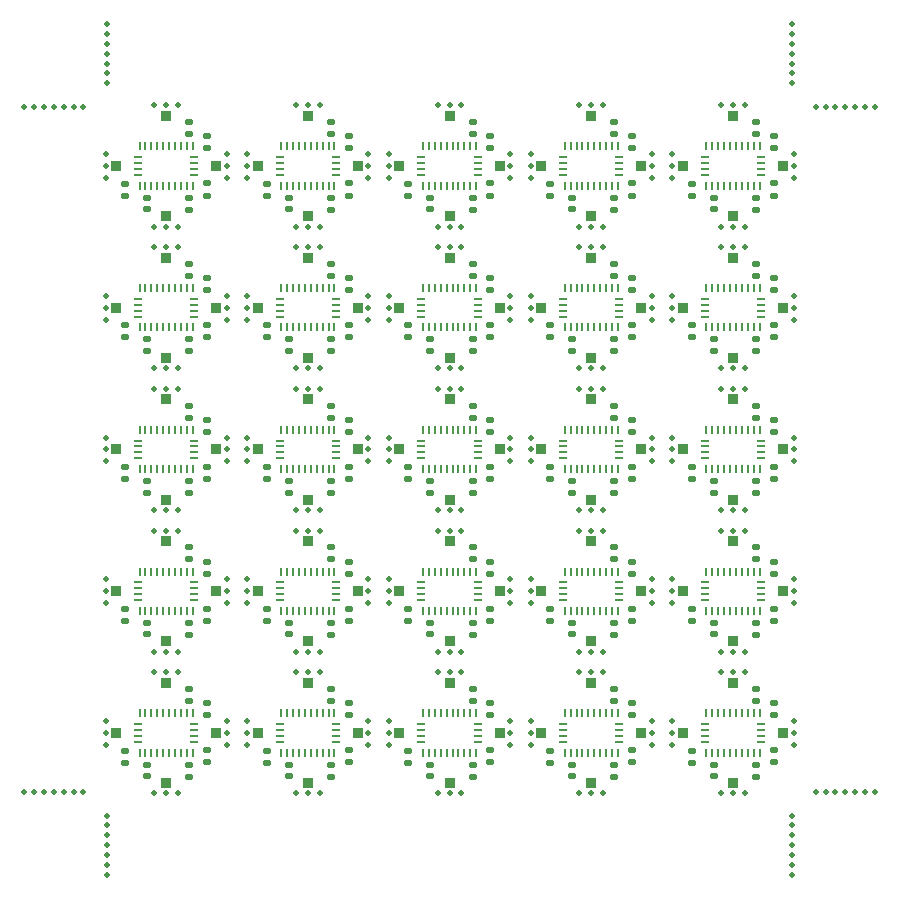
<source format=gts>
%TF.GenerationSoftware,KiCad,Pcbnew,7.0.5-1.fc38*%
%TF.CreationDate,2023-07-07T14:16:01-04:00*%
%TF.ProjectId,bno085-i2c-board-v3-panel,626e6f30-3835-42d6-9932-632d626f6172,rev?*%
%TF.SameCoordinates,Original*%
%TF.FileFunction,Soldermask,Top*%
%TF.FilePolarity,Negative*%
%FSLAX46Y46*%
G04 Gerber Fmt 4.6, Leading zero omitted, Abs format (unit mm)*
G04 Created by KiCad (PCBNEW 7.0.5-1.fc38) date 2023-07-07 14:16:01*
%MOMM*%
%LPD*%
G01*
G04 APERTURE LIST*
G04 Aperture macros list*
%AMRoundRect*
0 Rectangle with rounded corners*
0 $1 Rounding radius*
0 $2 $3 $4 $5 $6 $7 $8 $9 X,Y pos of 4 corners*
0 Add a 4 corners polygon primitive as box body*
4,1,4,$2,$3,$4,$5,$6,$7,$8,$9,$2,$3,0*
0 Add four circle primitives for the rounded corners*
1,1,$1+$1,$2,$3*
1,1,$1+$1,$4,$5*
1,1,$1+$1,$6,$7*
1,1,$1+$1,$8,$9*
0 Add four rect primitives between the rounded corners*
20,1,$1+$1,$2,$3,$4,$5,0*
20,1,$1+$1,$4,$5,$6,$7,0*
20,1,$1+$1,$6,$7,$8,$9,0*
20,1,$1+$1,$8,$9,$2,$3,0*%
G04 Aperture macros list end*
%ADD10R,0.850000X0.850000*%
%ADD11C,0.500000*%
%ADD12RoundRect,0.135000X0.185000X-0.135000X0.185000X0.135000X-0.185000X0.135000X-0.185000X-0.135000X0*%
%ADD13RoundRect,0.135000X-0.185000X0.135000X-0.185000X-0.135000X0.185000X-0.135000X0.185000X0.135000X0*%
%ADD14R,0.254000X0.675000*%
%ADD15R,0.675000X0.254000*%
%ADD16RoundRect,0.140000X-0.170000X0.140000X-0.170000X-0.140000X0.170000X-0.140000X0.170000X0.140000X0*%
G04 APERTURE END LIST*
D10*
%TO.C,J2*%
X148500000Y-60250000D03*
%TD*%
D11*
%TO.C,REF\u002A\u002A*%
X160500000Y-49124999D03*
%TD*%
D10*
%TO.C,J3*%
X120250000Y-44000000D03*
%TD*%
D12*
%TO.C,R1*%
X150445121Y-71707561D03*
X150445121Y-70687561D03*
%TD*%
%TO.C,R1*%
X138445121Y-35707561D03*
X138445121Y-34687561D03*
%TD*%
D11*
%TO.C,REF\u002A\u002A*%
X112500001Y-85000000D03*
%TD*%
D13*
%TO.C,R5*%
X127963430Y-53490000D03*
X127963430Y-54510000D03*
%TD*%
D10*
%TO.C,J1*%
X172500000Y-75750000D03*
%TD*%
D14*
%TO.C,U1*%
X122250000Y-78337500D03*
D15*
X122112500Y-79250000D03*
X122112500Y-79750000D03*
X122112500Y-80250000D03*
X122112500Y-80750000D03*
D14*
X122250000Y-81662500D03*
X122750000Y-81662500D03*
X123250000Y-81662500D03*
X123750000Y-81662500D03*
X124250000Y-81662500D03*
X124750000Y-81662500D03*
X125250000Y-81662500D03*
X125750000Y-81662500D03*
X126250000Y-81662500D03*
X126750000Y-81662500D03*
D15*
X126887500Y-80750000D03*
X126887500Y-80250000D03*
X126887500Y-79750000D03*
X126887500Y-79250000D03*
D14*
X126750000Y-78337500D03*
X126250000Y-78337500D03*
X125750000Y-78337500D03*
X125250000Y-78337500D03*
X124750000Y-78337500D03*
X124250000Y-78337500D03*
X123750000Y-78337500D03*
X123250000Y-78337500D03*
X122750000Y-78337500D03*
%TD*%
D11*
%TO.C,REF\u002A\u002A*%
X172500000Y-49124999D03*
%TD*%
D13*
%TO.C,R3*%
X169019054Y-57502703D03*
X169019054Y-58522703D03*
%TD*%
D11*
%TO.C,REF\u002A\u002A*%
X143375000Y-67999999D03*
%TD*%
D14*
%TO.C,U1*%
X134250000Y-54337500D03*
D15*
X134112500Y-55250000D03*
X134112500Y-55750000D03*
X134112500Y-56250000D03*
X134112500Y-56750000D03*
D14*
X134250000Y-57662500D03*
X134750000Y-57662500D03*
X135250000Y-57662500D03*
X135750000Y-57662500D03*
X136250000Y-57662500D03*
X136750000Y-57662500D03*
X137250000Y-57662500D03*
X137750000Y-57662500D03*
X138250000Y-57662500D03*
X138750000Y-57662500D03*
D15*
X138887500Y-56750000D03*
X138887500Y-56250000D03*
X138887500Y-55750000D03*
X138887500Y-55250000D03*
D14*
X138750000Y-54337500D03*
X138250000Y-54337500D03*
X137750000Y-54337500D03*
X137250000Y-54337500D03*
X136750000Y-54337500D03*
X136250000Y-54337500D03*
X135750000Y-54337500D03*
X135250000Y-54337500D03*
X134750000Y-54337500D03*
%TD*%
D10*
%TO.C,J4*%
X152750000Y-32000000D03*
%TD*%
D11*
%TO.C,REF\u002A\u002A*%
X155375000Y-54999999D03*
%TD*%
%TO.C,REF\u002A\u002A*%
X177499999Y-91166666D03*
%TD*%
D13*
%TO.C,R5*%
X139963430Y-41490000D03*
X139963430Y-42510000D03*
%TD*%
D10*
%TO.C,J2*%
X172500000Y-48250000D03*
%TD*%
D11*
%TO.C,REF\u002A\u002A*%
X161500000Y-37124999D03*
%TD*%
%TO.C,REF\u002A\u002A*%
X172500000Y-61124999D03*
%TD*%
%TO.C,REF\u002A\u002A*%
X135500000Y-61124999D03*
%TD*%
D12*
%TO.C,R1*%
X126445121Y-35707561D03*
X126445121Y-34687561D03*
%TD*%
D11*
%TO.C,REF\u002A\u002A*%
X171500000Y-85124999D03*
%TD*%
%TO.C,REF\u002A\u002A*%
X114166668Y-85000000D03*
%TD*%
D12*
%TO.C,R1*%
X174445121Y-59707561D03*
X174445121Y-58687561D03*
%TD*%
D11*
%TO.C,REF\u002A\u002A*%
X119375001Y-31000000D03*
%TD*%
%TO.C,REF\u002A\u002A*%
X177499999Y-92000000D03*
%TD*%
D13*
%TO.C,R3*%
X157019054Y-45502703D03*
X157019054Y-46522703D03*
%TD*%
D11*
%TO.C,REF\u002A\u002A*%
X129624999Y-80999999D03*
%TD*%
%TO.C,REF\u002A\u002A*%
X124500000Y-50875002D03*
%TD*%
D13*
%TO.C,R3*%
X169019054Y-45502703D03*
X169019054Y-46522703D03*
%TD*%
D11*
%TO.C,REF\u002A\u002A*%
X129624999Y-44999999D03*
%TD*%
D10*
%TO.C,J3*%
X168250000Y-68000000D03*
%TD*%
D11*
%TO.C,REF\u002A\u002A*%
X177624999Y-42999999D03*
%TD*%
%TO.C,REF\u002A\u002A*%
X177624999Y-43999999D03*
%TD*%
D14*
%TO.C,U1*%
X170250000Y-42337500D03*
D15*
X170112500Y-43250000D03*
X170112500Y-43750000D03*
X170112500Y-44250000D03*
X170112500Y-44750000D03*
D14*
X170250000Y-45662500D03*
X170750000Y-45662500D03*
X171250000Y-45662500D03*
X171750000Y-45662500D03*
X172250000Y-45662500D03*
X172750000Y-45662500D03*
X173250000Y-45662500D03*
X173750000Y-45662500D03*
X174250000Y-45662500D03*
X174750000Y-45662500D03*
D15*
X174887500Y-44750000D03*
X174887500Y-44250000D03*
X174887500Y-43750000D03*
X174887500Y-43250000D03*
D14*
X174750000Y-42337500D03*
X174250000Y-42337500D03*
X173750000Y-42337500D03*
X173250000Y-42337500D03*
X172750000Y-42337500D03*
X172250000Y-42337500D03*
X171750000Y-42337500D03*
X171250000Y-42337500D03*
X170750000Y-42337500D03*
%TD*%
D12*
%TO.C,R4*%
X162452362Y-77306026D03*
X162452362Y-76286026D03*
%TD*%
D11*
%TO.C,REF\u002A\u002A*%
X149499999Y-62875000D03*
%TD*%
D16*
%TO.C,C1*%
X146866101Y-82686347D03*
X146866101Y-83646347D03*
%TD*%
D11*
%TO.C,REF\u002A\u002A*%
X137500000Y-73124999D03*
%TD*%
D14*
%TO.C,U1*%
X134250000Y-42337500D03*
D15*
X134112500Y-43250000D03*
X134112500Y-43750000D03*
X134112500Y-44250000D03*
X134112500Y-44750000D03*
D14*
X134250000Y-45662500D03*
X134750000Y-45662500D03*
X135250000Y-45662500D03*
X135750000Y-45662500D03*
X136250000Y-45662500D03*
X136750000Y-45662500D03*
X137250000Y-45662500D03*
X137750000Y-45662500D03*
X138250000Y-45662500D03*
X138750000Y-45662500D03*
D15*
X138887500Y-44750000D03*
X138887500Y-44250000D03*
X138887500Y-43750000D03*
X138887500Y-43250000D03*
D14*
X138750000Y-42337500D03*
X138250000Y-42337500D03*
X137750000Y-42337500D03*
X137250000Y-42337500D03*
X136750000Y-42337500D03*
X136250000Y-42337500D03*
X135750000Y-42337500D03*
X135250000Y-42337500D03*
X134750000Y-42337500D03*
%TD*%
D11*
%TO.C,REF\u002A\u002A*%
X124500000Y-49124999D03*
%TD*%
%TO.C,REF\u002A\u002A*%
X160499999Y-50875002D03*
%TD*%
%TO.C,REF\u002A\u002A*%
X160499999Y-62875002D03*
%TD*%
%TO.C,REF\u002A\u002A*%
X141624999Y-78999999D03*
%TD*%
D12*
%TO.C,R4*%
X174452362Y-77306026D03*
X174452362Y-76286026D03*
%TD*%
D11*
%TO.C,REF\u002A\u002A*%
X117500001Y-85000000D03*
%TD*%
%TO.C,REF\u002A\u002A*%
X177499999Y-23333334D03*
%TD*%
%TO.C,REF\u002A\u002A*%
X129624999Y-55999999D03*
%TD*%
%TO.C,REF\u002A\u002A*%
X177499999Y-20833334D03*
%TD*%
%TO.C,REF\u002A\u002A*%
X167375000Y-68999999D03*
%TD*%
%TO.C,REF\u002A\u002A*%
X137500000Y-85124999D03*
%TD*%
%TO.C,REF\u002A\u002A*%
X137500000Y-61124999D03*
%TD*%
%TO.C,REF\u002A\u002A*%
X153624999Y-32999999D03*
%TD*%
D10*
%TO.C,J3*%
X144250000Y-80000000D03*
%TD*%
D11*
%TO.C,REF\u002A\u002A*%
X147500000Y-61124999D03*
%TD*%
%TO.C,REF\u002A\u002A*%
X136500000Y-61124999D03*
%TD*%
D10*
%TO.C,J2*%
X160500000Y-36250000D03*
%TD*%
D11*
%TO.C,REF\u002A\u002A*%
X115833335Y-85000000D03*
%TD*%
%TO.C,REF\u002A\u002A*%
X129624999Y-42999999D03*
%TD*%
D10*
%TO.C,J4*%
X164750000Y-80000000D03*
%TD*%
D14*
%TO.C,U1*%
X158250000Y-78337500D03*
D15*
X158112500Y-79250000D03*
X158112500Y-79750000D03*
X158112500Y-80250000D03*
X158112500Y-80750000D03*
D14*
X158250000Y-81662500D03*
X158750000Y-81662500D03*
X159250000Y-81662500D03*
X159750000Y-81662500D03*
X160250000Y-81662500D03*
X160750000Y-81662500D03*
X161250000Y-81662500D03*
X161750000Y-81662500D03*
X162250000Y-81662500D03*
X162750000Y-81662500D03*
D15*
X162887500Y-80750000D03*
X162887500Y-80250000D03*
X162887500Y-79750000D03*
X162887500Y-79250000D03*
D14*
X162750000Y-78337500D03*
X162250000Y-78337500D03*
X161750000Y-78337500D03*
X161250000Y-78337500D03*
X160750000Y-78337500D03*
X160250000Y-78337500D03*
X159750000Y-78337500D03*
X159250000Y-78337500D03*
X158750000Y-78337500D03*
%TD*%
D11*
%TO.C,REF\u002A\u002A*%
X173499999Y-38875000D03*
%TD*%
D12*
%TO.C,R4*%
X138452362Y-29306026D03*
X138452362Y-28286026D03*
%TD*%
D11*
%TO.C,REF\u002A\u002A*%
X165624999Y-54999999D03*
%TD*%
%TO.C,REF\u002A\u002A*%
X113333335Y-27000000D03*
%TD*%
%TO.C,REF\u002A\u002A*%
X184500000Y-27000000D03*
%TD*%
%TO.C,REF\u002A\u002A*%
X155375000Y-56999999D03*
%TD*%
%TO.C,REF\u002A\u002A*%
X125500000Y-85124999D03*
%TD*%
D10*
%TO.C,J4*%
X176750000Y-80000000D03*
%TD*%
D11*
%TO.C,REF\u002A\u002A*%
X172499999Y-74875002D03*
%TD*%
%TO.C,REF\u002A\u002A*%
X131375000Y-68999999D03*
%TD*%
D16*
%TO.C,C1*%
X158866101Y-46686347D03*
X158866101Y-47646347D03*
%TD*%
D11*
%TO.C,REF\u002A\u002A*%
X173500000Y-37124999D03*
%TD*%
D12*
%TO.C,R1*%
X150445121Y-47707561D03*
X150445121Y-46687561D03*
%TD*%
D13*
%TO.C,R2*%
X163957740Y-69481381D03*
X163957740Y-70501381D03*
%TD*%
D11*
%TO.C,REF\u002A\u002A*%
X165624999Y-44999999D03*
%TD*%
D13*
%TO.C,R2*%
X163957740Y-57481381D03*
X163957740Y-58501381D03*
%TD*%
D12*
%TO.C,R1*%
X150445121Y-35707561D03*
X150445121Y-34687561D03*
%TD*%
D11*
%TO.C,REF\u002A\u002A*%
X155375000Y-78999999D03*
%TD*%
%TO.C,REF\u002A\u002A*%
X119500001Y-22500000D03*
%TD*%
D16*
%TO.C,C1*%
X122866101Y-46686347D03*
X122866101Y-47646347D03*
%TD*%
D12*
%TO.C,R1*%
X150445121Y-59707561D03*
X150445121Y-58687561D03*
%TD*%
%TO.C,R1*%
X138445121Y-59707561D03*
X138445121Y-58687561D03*
%TD*%
D11*
%TO.C,REF\u002A\u002A*%
X160500000Y-37124999D03*
%TD*%
%TO.C,REF\u002A\u002A*%
X124500000Y-26875003D03*
%TD*%
%TO.C,REF\u002A\u002A*%
X159500000Y-73124999D03*
%TD*%
%TO.C,REF\u002A\u002A*%
X173500000Y-85124999D03*
%TD*%
D10*
%TO.C,J2*%
X160500000Y-60250000D03*
%TD*%
D11*
%TO.C,REF\u002A\u002A*%
X141624999Y-44999999D03*
%TD*%
%TO.C,REF\u002A\u002A*%
X131375000Y-32999999D03*
%TD*%
%TO.C,REF\u002A\u002A*%
X167375000Y-67999999D03*
%TD*%
%TO.C,REF\u002A\u002A*%
X155375000Y-68999999D03*
%TD*%
%TO.C,REF\u002A\u002A*%
X137499999Y-50875000D03*
%TD*%
D13*
%TO.C,R3*%
X145019054Y-45502703D03*
X145019054Y-46522703D03*
%TD*%
D11*
%TO.C,REF\u002A\u002A*%
X165624999Y-55999999D03*
%TD*%
D10*
%TO.C,J3*%
X156250000Y-80000000D03*
%TD*%
D11*
%TO.C,REF\u002A\u002A*%
X136500000Y-49124999D03*
%TD*%
D13*
%TO.C,R5*%
X163963430Y-65490000D03*
X163963430Y-66510000D03*
%TD*%
D10*
%TO.C,J4*%
X128750000Y-68000000D03*
%TD*%
D11*
%TO.C,REF\u002A\u002A*%
X167375000Y-31000000D03*
%TD*%
%TO.C,REF\u002A\u002A*%
X160499999Y-26875003D03*
%TD*%
%TO.C,REF\u002A\u002A*%
X119375001Y-67999999D03*
%TD*%
D12*
%TO.C,R1*%
X162445121Y-35707561D03*
X162445121Y-34687561D03*
%TD*%
D13*
%TO.C,R2*%
X175957740Y-57481381D03*
X175957740Y-58501381D03*
%TD*%
D10*
%TO.C,J1*%
X136500000Y-75750000D03*
%TD*%
D14*
%TO.C,U1*%
X122250000Y-54337500D03*
D15*
X122112500Y-55250000D03*
X122112500Y-55750000D03*
X122112500Y-56250000D03*
X122112500Y-56750000D03*
D14*
X122250000Y-57662500D03*
X122750000Y-57662500D03*
X123250000Y-57662500D03*
X123750000Y-57662500D03*
X124250000Y-57662500D03*
X124750000Y-57662500D03*
X125250000Y-57662500D03*
X125750000Y-57662500D03*
X126250000Y-57662500D03*
X126750000Y-57662500D03*
D15*
X126887500Y-56750000D03*
X126887500Y-56250000D03*
X126887500Y-55750000D03*
X126887500Y-55250000D03*
D14*
X126750000Y-54337500D03*
X126250000Y-54337500D03*
X125750000Y-54337500D03*
X125250000Y-54337500D03*
X124750000Y-54337500D03*
X124250000Y-54337500D03*
X123750000Y-54337500D03*
X123250000Y-54337500D03*
X122750000Y-54337500D03*
%TD*%
D11*
%TO.C,REF\u002A\u002A*%
X141624999Y-80999999D03*
%TD*%
%TO.C,REF\u002A\u002A*%
X177624999Y-78999999D03*
%TD*%
%TO.C,REF\u002A\u002A*%
X153624999Y-42999999D03*
%TD*%
%TO.C,REF\u002A\u002A*%
X119500001Y-91166666D03*
%TD*%
D12*
%TO.C,R1*%
X174445121Y-71707561D03*
X174445121Y-70687561D03*
%TD*%
D10*
%TO.C,J3*%
X120250000Y-68000000D03*
%TD*%
D13*
%TO.C,R5*%
X175963430Y-77490000D03*
X175963430Y-78510000D03*
%TD*%
D10*
%TO.C,J3*%
X120250000Y-56000000D03*
%TD*%
D11*
%TO.C,REF\u002A\u002A*%
X147500000Y-37124999D03*
%TD*%
D14*
%TO.C,U1*%
X158250000Y-66337500D03*
D15*
X158112500Y-67250000D03*
X158112500Y-67750000D03*
X158112500Y-68250000D03*
X158112500Y-68750000D03*
D14*
X158250000Y-69662500D03*
X158750000Y-69662500D03*
X159250000Y-69662500D03*
X159750000Y-69662500D03*
X160250000Y-69662500D03*
X160750000Y-69662500D03*
X161250000Y-69662500D03*
X161750000Y-69662500D03*
X162250000Y-69662500D03*
X162750000Y-69662500D03*
D15*
X162887500Y-68750000D03*
X162887500Y-68250000D03*
X162887500Y-67750000D03*
X162887500Y-67250000D03*
D14*
X162750000Y-66337500D03*
X162250000Y-66337500D03*
X161750000Y-66337500D03*
X161250000Y-66337500D03*
X160750000Y-66337500D03*
X160250000Y-66337500D03*
X159750000Y-66337500D03*
X159250000Y-66337500D03*
X158750000Y-66337500D03*
%TD*%
D11*
%TO.C,REF\u002A\u002A*%
X167375000Y-55999999D03*
%TD*%
%TO.C,REF\u002A\u002A*%
X124500000Y-73124999D03*
%TD*%
D13*
%TO.C,R2*%
X175957740Y-33481381D03*
X175957740Y-34501381D03*
%TD*%
D11*
%TO.C,REF\u002A\u002A*%
X159500000Y-61124999D03*
%TD*%
%TO.C,REF\u002A\u002A*%
X171499999Y-50875004D03*
%TD*%
%TO.C,REF\u002A\u002A*%
X177624999Y-44999999D03*
%TD*%
%TO.C,REF\u002A\u002A*%
X131375000Y-42999999D03*
%TD*%
%TO.C,REF\u002A\u002A*%
X173500000Y-49124999D03*
%TD*%
D13*
%TO.C,R2*%
X151957740Y-81481381D03*
X151957740Y-82501381D03*
%TD*%
D12*
%TO.C,R4*%
X150452362Y-77306026D03*
X150452362Y-76286026D03*
%TD*%
D13*
%TO.C,R3*%
X145019054Y-81502703D03*
X145019054Y-82522703D03*
%TD*%
D11*
%TO.C,REF\u002A\u002A*%
X119375001Y-78999999D03*
%TD*%
D10*
%TO.C,J4*%
X140750000Y-68000000D03*
%TD*%
D11*
%TO.C,REF\u002A\u002A*%
X165624999Y-32999999D03*
%TD*%
%TO.C,REF\u002A\u002A*%
X161499999Y-38875000D03*
%TD*%
%TO.C,REF\u002A\u002A*%
X161500000Y-61124999D03*
%TD*%
%TO.C,REF\u002A\u002A*%
X143375000Y-79999999D03*
%TD*%
%TO.C,REF\u002A\u002A*%
X177624999Y-67999999D03*
%TD*%
D16*
%TO.C,C1*%
X158866101Y-58686347D03*
X158866101Y-59646347D03*
%TD*%
D11*
%TO.C,REF\u002A\u002A*%
X123500000Y-26875005D03*
%TD*%
%TO.C,REF\u002A\u002A*%
X172499999Y-62875002D03*
%TD*%
%TO.C,REF\u002A\u002A*%
X149499999Y-38875000D03*
%TD*%
D14*
%TO.C,U1*%
X170250000Y-30337500D03*
D15*
X170112500Y-31250000D03*
X170112500Y-31750000D03*
X170112500Y-32250000D03*
X170112500Y-32750000D03*
D14*
X170250000Y-33662500D03*
X170750000Y-33662500D03*
X171250000Y-33662500D03*
X171750000Y-33662500D03*
X172250000Y-33662500D03*
X172750000Y-33662500D03*
X173250000Y-33662500D03*
X173750000Y-33662500D03*
X174250000Y-33662500D03*
X174750000Y-33662500D03*
D15*
X174887500Y-32750000D03*
X174887500Y-32250000D03*
X174887500Y-31750000D03*
X174887500Y-31250000D03*
D14*
X174750000Y-30337500D03*
X174250000Y-30337500D03*
X173750000Y-30337500D03*
X173250000Y-30337500D03*
X172750000Y-30337500D03*
X172250000Y-30337500D03*
X171750000Y-30337500D03*
X171250000Y-30337500D03*
X170750000Y-30337500D03*
%TD*%
D11*
%TO.C,REF\u002A\u002A*%
X171499999Y-62875004D03*
%TD*%
%TO.C,REF\u002A\u002A*%
X177624999Y-55999999D03*
%TD*%
%TO.C,REF\u002A\u002A*%
X177499999Y-22500000D03*
%TD*%
%TO.C,REF\u002A\u002A*%
X119500001Y-89500000D03*
%TD*%
D13*
%TO.C,R5*%
X127963430Y-65490000D03*
X127963430Y-66510000D03*
%TD*%
D11*
%TO.C,REF\u002A\u002A*%
X148500000Y-85124999D03*
%TD*%
%TO.C,REF\u002A\u002A*%
X119375001Y-56999999D03*
%TD*%
D13*
%TO.C,R5*%
X175963430Y-65490000D03*
X175963430Y-66510000D03*
%TD*%
D11*
%TO.C,REF\u002A\u002A*%
X131375000Y-56999999D03*
%TD*%
D13*
%TO.C,R3*%
X133019054Y-57502703D03*
X133019054Y-58522703D03*
%TD*%
D11*
%TO.C,REF\u002A\u002A*%
X123500000Y-38875004D03*
%TD*%
%TO.C,REF\u002A\u002A*%
X136500000Y-85124999D03*
%TD*%
%TO.C,REF\u002A\u002A*%
X115833335Y-27000000D03*
%TD*%
D10*
%TO.C,J3*%
X156250000Y-32000000D03*
%TD*%
D13*
%TO.C,R5*%
X151963430Y-53490000D03*
X151963430Y-54510000D03*
%TD*%
D10*
%TO.C,J2*%
X172500000Y-72250000D03*
%TD*%
D11*
%TO.C,REF\u002A\u002A*%
X119500001Y-87000000D03*
%TD*%
%TO.C,REF\u002A\u002A*%
X177624999Y-54999999D03*
%TD*%
%TO.C,REF\u002A\u002A*%
X177624999Y-66999999D03*
%TD*%
%TO.C,REF\u002A\u002A*%
X125500000Y-73124999D03*
%TD*%
D13*
%TO.C,R2*%
X127957740Y-57481381D03*
X127957740Y-58501381D03*
%TD*%
D11*
%TO.C,REF\u002A\u002A*%
X125499999Y-62875000D03*
%TD*%
%TO.C,REF\u002A\u002A*%
X167375000Y-43999999D03*
%TD*%
%TO.C,REF\u002A\u002A*%
X119500001Y-20000000D03*
%TD*%
%TO.C,REF\u002A\u002A*%
X119375001Y-68999999D03*
%TD*%
%TO.C,REF\u002A\u002A*%
X153624999Y-32000000D03*
%TD*%
%TO.C,REF\u002A\u002A*%
X116666668Y-85000000D03*
%TD*%
D10*
%TO.C,J3*%
X144250000Y-44000000D03*
%TD*%
D12*
%TO.C,R4*%
X162452362Y-53306026D03*
X162452362Y-52286026D03*
%TD*%
D14*
%TO.C,U1*%
X146250000Y-66337500D03*
D15*
X146112500Y-67250000D03*
X146112500Y-67750000D03*
X146112500Y-68250000D03*
X146112500Y-68750000D03*
D14*
X146250000Y-69662500D03*
X146750000Y-69662500D03*
X147250000Y-69662500D03*
X147750000Y-69662500D03*
X148250000Y-69662500D03*
X148750000Y-69662500D03*
X149250000Y-69662500D03*
X149750000Y-69662500D03*
X150250000Y-69662500D03*
X150750000Y-69662500D03*
D15*
X150887500Y-68750000D03*
X150887500Y-68250000D03*
X150887500Y-67750000D03*
X150887500Y-67250000D03*
D14*
X150750000Y-66337500D03*
X150250000Y-66337500D03*
X149750000Y-66337500D03*
X149250000Y-66337500D03*
X148750000Y-66337500D03*
X148250000Y-66337500D03*
X147750000Y-66337500D03*
X147250000Y-66337500D03*
X146750000Y-66337500D03*
%TD*%
%TO.C,U1*%
X158250000Y-54337500D03*
D15*
X158112500Y-55250000D03*
X158112500Y-55750000D03*
X158112500Y-56250000D03*
X158112500Y-56750000D03*
D14*
X158250000Y-57662500D03*
X158750000Y-57662500D03*
X159250000Y-57662500D03*
X159750000Y-57662500D03*
X160250000Y-57662500D03*
X160750000Y-57662500D03*
X161250000Y-57662500D03*
X161750000Y-57662500D03*
X162250000Y-57662500D03*
X162750000Y-57662500D03*
D15*
X162887500Y-56750000D03*
X162887500Y-56250000D03*
X162887500Y-55750000D03*
X162887500Y-55250000D03*
D14*
X162750000Y-54337500D03*
X162250000Y-54337500D03*
X161750000Y-54337500D03*
X161250000Y-54337500D03*
X160750000Y-54337500D03*
X160250000Y-54337500D03*
X159750000Y-54337500D03*
X159250000Y-54337500D03*
X158750000Y-54337500D03*
%TD*%
D12*
%TO.C,R4*%
X162452362Y-41306026D03*
X162452362Y-40286026D03*
%TD*%
D13*
%TO.C,R2*%
X163957740Y-81481381D03*
X163957740Y-82501381D03*
%TD*%
D11*
%TO.C,REF\u002A\u002A*%
X141624999Y-43999999D03*
%TD*%
D12*
%TO.C,R4*%
X162452362Y-65306026D03*
X162452362Y-64286026D03*
%TD*%
D11*
%TO.C,REF\u002A\u002A*%
X147499999Y-26875005D03*
%TD*%
%TO.C,REF\u002A\u002A*%
X172499999Y-26875003D03*
%TD*%
D13*
%TO.C,R2*%
X175957740Y-81481381D03*
X175957740Y-82501381D03*
%TD*%
D14*
%TO.C,U1*%
X158250000Y-42337500D03*
D15*
X158112500Y-43250000D03*
X158112500Y-43750000D03*
X158112500Y-44250000D03*
X158112500Y-44750000D03*
D14*
X158250000Y-45662500D03*
X158750000Y-45662500D03*
X159250000Y-45662500D03*
X159750000Y-45662500D03*
X160250000Y-45662500D03*
X160750000Y-45662500D03*
X161250000Y-45662500D03*
X161750000Y-45662500D03*
X162250000Y-45662500D03*
X162750000Y-45662500D03*
D15*
X162887500Y-44750000D03*
X162887500Y-44250000D03*
X162887500Y-43750000D03*
X162887500Y-43250000D03*
D14*
X162750000Y-42337500D03*
X162250000Y-42337500D03*
X161750000Y-42337500D03*
X161250000Y-42337500D03*
X160750000Y-42337500D03*
X160250000Y-42337500D03*
X159750000Y-42337500D03*
X159250000Y-42337500D03*
X158750000Y-42337500D03*
%TD*%
D11*
%TO.C,REF\u002A\u002A*%
X155375000Y-67999999D03*
%TD*%
%TO.C,REF\u002A\u002A*%
X148500000Y-49124999D03*
%TD*%
D10*
%TO.C,J2*%
X148500000Y-84250000D03*
%TD*%
D12*
%TO.C,R1*%
X162445121Y-71707561D03*
X162445121Y-70687561D03*
%TD*%
D10*
%TO.C,J1*%
X124500000Y-39750000D03*
%TD*%
D13*
%TO.C,R3*%
X133019054Y-69502703D03*
X133019054Y-70522703D03*
%TD*%
D11*
%TO.C,REF\u002A\u002A*%
X149500000Y-37124999D03*
%TD*%
D13*
%TO.C,R5*%
X175963430Y-29490000D03*
X175963430Y-30510000D03*
%TD*%
D11*
%TO.C,REF\u002A\u002A*%
X125499999Y-50875000D03*
%TD*%
%TO.C,REF\u002A\u002A*%
X177499999Y-90333333D03*
%TD*%
%TO.C,REF\u002A\u002A*%
X119500001Y-23333334D03*
%TD*%
D10*
%TO.C,J1*%
X148500000Y-39750000D03*
%TD*%
D12*
%TO.C,R1*%
X174445121Y-35707561D03*
X174445121Y-34687561D03*
%TD*%
D11*
%TO.C,REF\u002A\u002A*%
X124500000Y-62875002D03*
%TD*%
D13*
%TO.C,R5*%
X139963430Y-65490000D03*
X139963430Y-66510000D03*
%TD*%
D11*
%TO.C,REF\u002A\u002A*%
X149499999Y-74875000D03*
%TD*%
%TO.C,REF\u002A\u002A*%
X173500000Y-61124999D03*
%TD*%
D13*
%TO.C,R2*%
X151957740Y-69481381D03*
X151957740Y-70501381D03*
%TD*%
D11*
%TO.C,REF\u002A\u002A*%
X141624999Y-68999999D03*
%TD*%
%TO.C,REF\u002A\u002A*%
X177499999Y-20000000D03*
%TD*%
%TO.C,REF\u002A\u002A*%
X143375000Y-55999999D03*
%TD*%
D14*
%TO.C,U1*%
X134250000Y-66337500D03*
D15*
X134112500Y-67250000D03*
X134112500Y-67750000D03*
X134112500Y-68250000D03*
X134112500Y-68750000D03*
D14*
X134250000Y-69662500D03*
X134750000Y-69662500D03*
X135250000Y-69662500D03*
X135750000Y-69662500D03*
X136250000Y-69662500D03*
X136750000Y-69662500D03*
X137250000Y-69662500D03*
X137750000Y-69662500D03*
X138250000Y-69662500D03*
X138750000Y-69662500D03*
D15*
X138887500Y-68750000D03*
X138887500Y-68250000D03*
X138887500Y-67750000D03*
X138887500Y-67250000D03*
D14*
X138750000Y-66337500D03*
X138250000Y-66337500D03*
X137750000Y-66337500D03*
X137250000Y-66337500D03*
X136750000Y-66337500D03*
X136250000Y-66337500D03*
X135750000Y-66337500D03*
X135250000Y-66337500D03*
X134750000Y-66337500D03*
%TD*%
D10*
%TO.C,J1*%
X160500000Y-75750000D03*
%TD*%
D11*
%TO.C,REF\u002A\u002A*%
X119500001Y-87833333D03*
%TD*%
%TO.C,REF\u002A\u002A*%
X131375000Y-67999999D03*
%TD*%
%TO.C,REF\u002A\u002A*%
X165624999Y-31000000D03*
%TD*%
%TO.C,REF\u002A\u002A*%
X173499999Y-74875000D03*
%TD*%
%TO.C,REF\u002A\u002A*%
X153624999Y-68999999D03*
%TD*%
D10*
%TO.C,J2*%
X148500000Y-72250000D03*
%TD*%
D12*
%TO.C,R1*%
X162445121Y-59707561D03*
X162445121Y-58687561D03*
%TD*%
D11*
%TO.C,REF\u002A\u002A*%
X177624999Y-32999999D03*
%TD*%
D10*
%TO.C,J3*%
X144250000Y-32000000D03*
%TD*%
D11*
%TO.C,REF\u002A\u002A*%
X123500001Y-73124999D03*
%TD*%
D10*
%TO.C,J4*%
X140750000Y-32000000D03*
%TD*%
D12*
%TO.C,R4*%
X162452362Y-29306026D03*
X162452362Y-28286026D03*
%TD*%
D10*
%TO.C,J1*%
X136500000Y-63750000D03*
%TD*%
D12*
%TO.C,R4*%
X174452362Y-53306026D03*
X174452362Y-52286026D03*
%TD*%
D10*
%TO.C,J3*%
X156250000Y-44000000D03*
%TD*%
D11*
%TO.C,REF\u002A\u002A*%
X137499999Y-26875001D03*
%TD*%
D12*
%TO.C,R4*%
X126452362Y-53306026D03*
X126452362Y-52286026D03*
%TD*%
D10*
%TO.C,J2*%
X124500000Y-48250000D03*
%TD*%
%TO.C,J1*%
X124500000Y-27750000D03*
%TD*%
D11*
%TO.C,REF\u002A\u002A*%
X119500001Y-92000000D03*
%TD*%
%TO.C,REF\u002A\u002A*%
X147500000Y-73124999D03*
%TD*%
%TO.C,REF\u002A\u002A*%
X129624999Y-54999999D03*
%TD*%
%TO.C,REF\u002A\u002A*%
X123500001Y-37124999D03*
%TD*%
%TO.C,REF\u002A\u002A*%
X141624999Y-54999999D03*
%TD*%
D12*
%TO.C,R1*%
X138445121Y-71707561D03*
X138445121Y-70687561D03*
%TD*%
D14*
%TO.C,U1*%
X146250000Y-42337500D03*
D15*
X146112500Y-43250000D03*
X146112500Y-43750000D03*
X146112500Y-44250000D03*
X146112500Y-44750000D03*
D14*
X146250000Y-45662500D03*
X146750000Y-45662500D03*
X147250000Y-45662500D03*
X147750000Y-45662500D03*
X148250000Y-45662500D03*
X148750000Y-45662500D03*
X149250000Y-45662500D03*
X149750000Y-45662500D03*
X150250000Y-45662500D03*
X150750000Y-45662500D03*
D15*
X150887500Y-44750000D03*
X150887500Y-44250000D03*
X150887500Y-43750000D03*
X150887500Y-43250000D03*
D14*
X150750000Y-42337500D03*
X150250000Y-42337500D03*
X149750000Y-42337500D03*
X149250000Y-42337500D03*
X148750000Y-42337500D03*
X148250000Y-42337500D03*
X147750000Y-42337500D03*
X147250000Y-42337500D03*
X146750000Y-42337500D03*
%TD*%
D10*
%TO.C,J2*%
X148500000Y-48250000D03*
%TD*%
D12*
%TO.C,R4*%
X150452362Y-41306026D03*
X150452362Y-40286026D03*
%TD*%
D11*
%TO.C,REF\u002A\u002A*%
X161499999Y-74875000D03*
%TD*%
%TO.C,REF\u002A\u002A*%
X177624999Y-68999999D03*
%TD*%
%TO.C,REF\u002A\u002A*%
X177624999Y-80999999D03*
%TD*%
%TO.C,REF\u002A\u002A*%
X177499999Y-25000000D03*
%TD*%
%TO.C,REF\u002A\u002A*%
X147499999Y-38875004D03*
%TD*%
D13*
%TO.C,R3*%
X157019054Y-69502703D03*
X157019054Y-70522703D03*
%TD*%
D14*
%TO.C,U1*%
X146250000Y-30337500D03*
D15*
X146112500Y-31250000D03*
X146112500Y-31750000D03*
X146112500Y-32250000D03*
X146112500Y-32750000D03*
D14*
X146250000Y-33662500D03*
X146750000Y-33662500D03*
X147250000Y-33662500D03*
X147750000Y-33662500D03*
X148250000Y-33662500D03*
X148750000Y-33662500D03*
X149250000Y-33662500D03*
X149750000Y-33662500D03*
X150250000Y-33662500D03*
X150750000Y-33662500D03*
D15*
X150887500Y-32750000D03*
X150887500Y-32250000D03*
X150887500Y-31750000D03*
X150887500Y-31250000D03*
D14*
X150750000Y-30337500D03*
X150250000Y-30337500D03*
X149750000Y-30337500D03*
X149250000Y-30337500D03*
X148750000Y-30337500D03*
X148250000Y-30337500D03*
X147750000Y-30337500D03*
X147250000Y-30337500D03*
X146750000Y-30337500D03*
%TD*%
D11*
%TO.C,REF\u002A\u002A*%
X131375000Y-54999999D03*
%TD*%
D14*
%TO.C,U1*%
X170250000Y-78337500D03*
D15*
X170112500Y-79250000D03*
X170112500Y-79750000D03*
X170112500Y-80250000D03*
X170112500Y-80750000D03*
D14*
X170250000Y-81662500D03*
X170750000Y-81662500D03*
X171250000Y-81662500D03*
X171750000Y-81662500D03*
X172250000Y-81662500D03*
X172750000Y-81662500D03*
X173250000Y-81662500D03*
X173750000Y-81662500D03*
X174250000Y-81662500D03*
X174750000Y-81662500D03*
D15*
X174887500Y-80750000D03*
X174887500Y-80250000D03*
X174887500Y-79750000D03*
X174887500Y-79250000D03*
D14*
X174750000Y-78337500D03*
X174250000Y-78337500D03*
X173750000Y-78337500D03*
X173250000Y-78337500D03*
X172750000Y-78337500D03*
X172250000Y-78337500D03*
X171750000Y-78337500D03*
X171250000Y-78337500D03*
X170750000Y-78337500D03*
%TD*%
D11*
%TO.C,REF\u002A\u002A*%
X171500000Y-49124999D03*
%TD*%
%TO.C,REF\u002A\u002A*%
X129624999Y-32000000D03*
%TD*%
%TO.C,REF\u002A\u002A*%
X165624999Y-68999999D03*
%TD*%
%TO.C,REF\u002A\u002A*%
X143375000Y-66999999D03*
%TD*%
D13*
%TO.C,R3*%
X157019054Y-81502703D03*
X157019054Y-82522703D03*
%TD*%
D11*
%TO.C,REF\u002A\u002A*%
X129624999Y-32999999D03*
%TD*%
D13*
%TO.C,R3*%
X121019054Y-81502703D03*
X121019054Y-82522703D03*
%TD*%
D10*
%TO.C,J2*%
X160500000Y-72250000D03*
%TD*%
D11*
%TO.C,REF\u002A\u002A*%
X143375000Y-54999999D03*
%TD*%
D12*
%TO.C,R1*%
X126445121Y-59707561D03*
X126445121Y-58687561D03*
%TD*%
D11*
%TO.C,REF\u002A\u002A*%
X147500000Y-85124999D03*
%TD*%
%TO.C,REF\u002A\u002A*%
X181166666Y-27000000D03*
%TD*%
D13*
%TO.C,R3*%
X157019054Y-33502703D03*
X157019054Y-34522703D03*
%TD*%
D11*
%TO.C,REF\u002A\u002A*%
X155375000Y-32999999D03*
%TD*%
%TO.C,REF\u002A\u002A*%
X131375000Y-78999999D03*
%TD*%
D10*
%TO.C,J4*%
X152750000Y-68000000D03*
%TD*%
D11*
%TO.C,REF\u002A\u002A*%
X143375000Y-31000000D03*
%TD*%
%TO.C,REF\u002A\u002A*%
X148499999Y-38875002D03*
%TD*%
%TO.C,REF\u002A\u002A*%
X131375000Y-66999999D03*
%TD*%
%TO.C,REF\u002A\u002A*%
X119500001Y-20833334D03*
%TD*%
%TO.C,REF\u002A\u002A*%
X177499999Y-24166667D03*
%TD*%
D13*
%TO.C,R3*%
X145019054Y-33502703D03*
X145019054Y-34522703D03*
%TD*%
%TO.C,R3*%
X121019054Y-57502703D03*
X121019054Y-58522703D03*
%TD*%
D11*
%TO.C,REF\u002A\u002A*%
X131375000Y-32000000D03*
%TD*%
%TO.C,REF\u002A\u002A*%
X167375000Y-32000000D03*
%TD*%
D14*
%TO.C,U1*%
X146250000Y-54337500D03*
D15*
X146112500Y-55250000D03*
X146112500Y-55750000D03*
X146112500Y-56250000D03*
X146112500Y-56750000D03*
D14*
X146250000Y-57662500D03*
X146750000Y-57662500D03*
X147250000Y-57662500D03*
X147750000Y-57662500D03*
X148250000Y-57662500D03*
X148750000Y-57662500D03*
X149250000Y-57662500D03*
X149750000Y-57662500D03*
X150250000Y-57662500D03*
X150750000Y-57662500D03*
D15*
X150887500Y-56750000D03*
X150887500Y-56250000D03*
X150887500Y-55750000D03*
X150887500Y-55250000D03*
D14*
X150750000Y-54337500D03*
X150250000Y-54337500D03*
X149750000Y-54337500D03*
X149250000Y-54337500D03*
X148750000Y-54337500D03*
X148250000Y-54337500D03*
X147750000Y-54337500D03*
X147250000Y-54337500D03*
X146750000Y-54337500D03*
%TD*%
D16*
%TO.C,C1*%
X134866101Y-46686347D03*
X134866101Y-47646347D03*
%TD*%
D11*
%TO.C,REF\u002A\u002A*%
X165624999Y-42999999D03*
%TD*%
D16*
%TO.C,C1*%
X134866101Y-58686347D03*
X134866101Y-59646347D03*
%TD*%
D10*
%TO.C,J2*%
X124500000Y-60250000D03*
%TD*%
D11*
%TO.C,REF\u002A\u002A*%
X125499999Y-26875001D03*
%TD*%
%TO.C,REF\u002A\u002A*%
X143375000Y-42999999D03*
%TD*%
%TO.C,REF\u002A\u002A*%
X153624999Y-31000000D03*
%TD*%
D16*
%TO.C,C1*%
X122866101Y-82686347D03*
X122866101Y-83646347D03*
%TD*%
D10*
%TO.C,J1*%
X136500000Y-51750000D03*
%TD*%
%TO.C,J3*%
X132250000Y-68000000D03*
%TD*%
D11*
%TO.C,REF\u002A\u002A*%
X167375000Y-54999999D03*
%TD*%
D13*
%TO.C,R3*%
X121019054Y-45502703D03*
X121019054Y-46522703D03*
%TD*%
D11*
%TO.C,REF\u002A\u002A*%
X143375000Y-56999999D03*
%TD*%
%TO.C,REF\u002A\u002A*%
X119375001Y-54999999D03*
%TD*%
D14*
%TO.C,U1*%
X134250000Y-78337500D03*
D15*
X134112500Y-79250000D03*
X134112500Y-79750000D03*
X134112500Y-80250000D03*
X134112500Y-80750000D03*
D14*
X134250000Y-81662500D03*
X134750000Y-81662500D03*
X135250000Y-81662500D03*
X135750000Y-81662500D03*
X136250000Y-81662500D03*
X136750000Y-81662500D03*
X137250000Y-81662500D03*
X137750000Y-81662500D03*
X138250000Y-81662500D03*
X138750000Y-81662500D03*
D15*
X138887500Y-80750000D03*
X138887500Y-80250000D03*
X138887500Y-79750000D03*
X138887500Y-79250000D03*
D14*
X138750000Y-78337500D03*
X138250000Y-78337500D03*
X137750000Y-78337500D03*
X137250000Y-78337500D03*
X136750000Y-78337500D03*
X136250000Y-78337500D03*
X135750000Y-78337500D03*
X135250000Y-78337500D03*
X134750000Y-78337500D03*
%TD*%
D11*
%TO.C,REF\u002A\u002A*%
X129624999Y-79999999D03*
%TD*%
D10*
%TO.C,J3*%
X132250000Y-56000000D03*
%TD*%
D13*
%TO.C,R3*%
X169019054Y-33502703D03*
X169019054Y-34522703D03*
%TD*%
D11*
%TO.C,REF\u002A\u002A*%
X147499999Y-62875004D03*
%TD*%
D10*
%TO.C,J4*%
X176750000Y-56000000D03*
%TD*%
D11*
%TO.C,REF\u002A\u002A*%
X136500000Y-37124999D03*
%TD*%
D16*
%TO.C,C1*%
X134866101Y-82686347D03*
X134866101Y-83646347D03*
%TD*%
D11*
%TO.C,REF\u002A\u002A*%
X125500000Y-49124999D03*
%TD*%
D13*
%TO.C,R3*%
X169019054Y-81502703D03*
X169019054Y-82522703D03*
%TD*%
D11*
%TO.C,REF\u002A\u002A*%
X153624999Y-56999999D03*
%TD*%
D10*
%TO.C,J4*%
X164750000Y-68000000D03*
%TD*%
D13*
%TO.C,R2*%
X163957740Y-33481381D03*
X163957740Y-34501381D03*
%TD*%
D10*
%TO.C,J4*%
X152750000Y-80000000D03*
%TD*%
D11*
%TO.C,REF\u002A\u002A*%
X141624999Y-32999999D03*
%TD*%
%TO.C,REF\u002A\u002A*%
X179500000Y-85000000D03*
%TD*%
%TO.C,REF\u002A\u002A*%
X131375000Y-43999999D03*
%TD*%
%TO.C,REF\u002A\u002A*%
X149500000Y-85124999D03*
%TD*%
D10*
%TO.C,J1*%
X148500000Y-75750000D03*
%TD*%
D11*
%TO.C,REF\u002A\u002A*%
X147500000Y-49124999D03*
%TD*%
%TO.C,REF\u002A\u002A*%
X129624999Y-56999999D03*
%TD*%
%TO.C,REF\u002A\u002A*%
X165624999Y-67999999D03*
%TD*%
%TO.C,REF\u002A\u002A*%
X159500000Y-49124999D03*
%TD*%
%TO.C,REF\u002A\u002A*%
X153624999Y-43999999D03*
%TD*%
%TO.C,REF\u002A\u002A*%
X137500000Y-49124999D03*
%TD*%
%TO.C,REF\u002A\u002A*%
X160500000Y-73124999D03*
%TD*%
%TO.C,REF\u002A\u002A*%
X135499999Y-38875004D03*
%TD*%
%TO.C,REF\u002A\u002A*%
X153624999Y-80999999D03*
%TD*%
%TO.C,REF\u002A\u002A*%
X165624999Y-43999999D03*
%TD*%
%TO.C,REF\u002A\u002A*%
X155375000Y-80999999D03*
%TD*%
%TO.C,REF\u002A\u002A*%
X180333333Y-27000000D03*
%TD*%
%TO.C,REF\u002A\u002A*%
X129624999Y-67999999D03*
%TD*%
D14*
%TO.C,U1*%
X122250000Y-66337500D03*
D15*
X122112500Y-67250000D03*
X122112500Y-67750000D03*
X122112500Y-68250000D03*
X122112500Y-68750000D03*
D14*
X122250000Y-69662500D03*
X122750000Y-69662500D03*
X123250000Y-69662500D03*
X123750000Y-69662500D03*
X124250000Y-69662500D03*
X124750000Y-69662500D03*
X125250000Y-69662500D03*
X125750000Y-69662500D03*
X126250000Y-69662500D03*
X126750000Y-69662500D03*
D15*
X126887500Y-68750000D03*
X126887500Y-68250000D03*
X126887500Y-67750000D03*
X126887500Y-67250000D03*
D14*
X126750000Y-66337500D03*
X126250000Y-66337500D03*
X125750000Y-66337500D03*
X125250000Y-66337500D03*
X124750000Y-66337500D03*
X124250000Y-66337500D03*
X123750000Y-66337500D03*
X123250000Y-66337500D03*
X122750000Y-66337500D03*
%TD*%
D11*
%TO.C,REF\u002A\u002A*%
X167375000Y-79999999D03*
%TD*%
D10*
%TO.C,J4*%
X176750000Y-44000000D03*
%TD*%
D11*
%TO.C,REF\u002A\u002A*%
X124500000Y-85124999D03*
%TD*%
%TO.C,REF\u002A\u002A*%
X165624999Y-32000000D03*
%TD*%
D12*
%TO.C,R1*%
X126445121Y-47707561D03*
X126445121Y-46687561D03*
%TD*%
D10*
%TO.C,J1*%
X172500000Y-51750000D03*
%TD*%
D11*
%TO.C,REF\u002A\u002A*%
X115000001Y-27000000D03*
%TD*%
%TO.C,REF\u002A\u002A*%
X131375000Y-31000000D03*
%TD*%
D10*
%TO.C,J2*%
X160500000Y-48250000D03*
%TD*%
%TO.C,J1*%
X160500000Y-27750000D03*
%TD*%
D11*
%TO.C,REF\u002A\u002A*%
X119375001Y-66999999D03*
%TD*%
%TO.C,REF\u002A\u002A*%
X135500000Y-85124999D03*
%TD*%
%TO.C,REF\u002A\u002A*%
X159500000Y-85124999D03*
%TD*%
%TO.C,REF\u002A\u002A*%
X171499999Y-38875004D03*
%TD*%
%TO.C,REF\u002A\u002A*%
X149499999Y-26875001D03*
%TD*%
D10*
%TO.C,J1*%
X148500000Y-63750000D03*
%TD*%
D11*
%TO.C,REF\u002A\u002A*%
X148499999Y-26875003D03*
%TD*%
%TO.C,REF\u002A\u002A*%
X135500000Y-37124999D03*
%TD*%
%TO.C,REF\u002A\u002A*%
X153624999Y-66999999D03*
%TD*%
D12*
%TO.C,R1*%
X162445121Y-83707561D03*
X162445121Y-82687561D03*
%TD*%
D13*
%TO.C,R2*%
X151957740Y-57481381D03*
X151957740Y-58501381D03*
%TD*%
D11*
%TO.C,REF\u002A\u002A*%
X171500000Y-73124999D03*
%TD*%
%TO.C,REF\u002A\u002A*%
X119500001Y-25000000D03*
%TD*%
D12*
%TO.C,R4*%
X138452362Y-41306026D03*
X138452362Y-40286026D03*
%TD*%
D11*
%TO.C,REF\u002A\u002A*%
X143375000Y-68999999D03*
%TD*%
%TO.C,REF\u002A\u002A*%
X167375000Y-78999999D03*
%TD*%
D12*
%TO.C,R4*%
X150452362Y-29306026D03*
X150452362Y-28286026D03*
%TD*%
D16*
%TO.C,C1*%
X146866101Y-34686347D03*
X146866101Y-35646347D03*
%TD*%
D12*
%TO.C,R4*%
X138452362Y-77306026D03*
X138452362Y-76286026D03*
%TD*%
D13*
%TO.C,R5*%
X151963430Y-29490000D03*
X151963430Y-30510000D03*
%TD*%
D11*
%TO.C,REF\u002A\u002A*%
X123500000Y-62875004D03*
%TD*%
%TO.C,REF\u002A\u002A*%
X148500000Y-61124999D03*
%TD*%
D10*
%TO.C,J1*%
X160500000Y-63750000D03*
%TD*%
D11*
%TO.C,REF\u002A\u002A*%
X160500000Y-85124999D03*
%TD*%
%TO.C,REF\u002A\u002A*%
X181166666Y-85000000D03*
%TD*%
D14*
%TO.C,U1*%
X170250000Y-66337500D03*
D15*
X170112500Y-67250000D03*
X170112500Y-67750000D03*
X170112500Y-68250000D03*
X170112500Y-68750000D03*
D14*
X170250000Y-69662500D03*
X170750000Y-69662500D03*
X171250000Y-69662500D03*
X171750000Y-69662500D03*
X172250000Y-69662500D03*
X172750000Y-69662500D03*
X173250000Y-69662500D03*
X173750000Y-69662500D03*
X174250000Y-69662500D03*
X174750000Y-69662500D03*
D15*
X174887500Y-68750000D03*
X174887500Y-68250000D03*
X174887500Y-67750000D03*
X174887500Y-67250000D03*
D14*
X174750000Y-66337500D03*
X174250000Y-66337500D03*
X173750000Y-66337500D03*
X173250000Y-66337500D03*
X172750000Y-66337500D03*
X172250000Y-66337500D03*
X171750000Y-66337500D03*
X171250000Y-66337500D03*
X170750000Y-66337500D03*
%TD*%
D13*
%TO.C,R5*%
X175963430Y-41490000D03*
X175963430Y-42510000D03*
%TD*%
D11*
%TO.C,REF\u002A\u002A*%
X129624999Y-68999999D03*
%TD*%
D13*
%TO.C,R5*%
X151963430Y-77490000D03*
X151963430Y-78510000D03*
%TD*%
D14*
%TO.C,U1*%
X122250000Y-30337500D03*
D15*
X122112500Y-31250000D03*
X122112500Y-31750000D03*
X122112500Y-32250000D03*
X122112500Y-32750000D03*
D14*
X122250000Y-33662500D03*
X122750000Y-33662500D03*
X123250000Y-33662500D03*
X123750000Y-33662500D03*
X124250000Y-33662500D03*
X124750000Y-33662500D03*
X125250000Y-33662500D03*
X125750000Y-33662500D03*
X126250000Y-33662500D03*
X126750000Y-33662500D03*
D15*
X126887500Y-32750000D03*
X126887500Y-32250000D03*
X126887500Y-31750000D03*
X126887500Y-31250000D03*
D14*
X126750000Y-30337500D03*
X126250000Y-30337500D03*
X125750000Y-30337500D03*
X125250000Y-30337500D03*
X124750000Y-30337500D03*
X124250000Y-30337500D03*
X123750000Y-30337500D03*
X123250000Y-30337500D03*
X122750000Y-30337500D03*
%TD*%
D11*
%TO.C,REF\u002A\u002A*%
X167375000Y-44999999D03*
%TD*%
%TO.C,REF\u002A\u002A*%
X119375001Y-80999999D03*
%TD*%
D10*
%TO.C,J3*%
X132250000Y-44000000D03*
%TD*%
D11*
%TO.C,REF\u002A\u002A*%
X171500000Y-37124999D03*
%TD*%
%TO.C,REF\u002A\u002A*%
X115000001Y-85000000D03*
%TD*%
%TO.C,REF\u002A\u002A*%
X119375001Y-42999999D03*
%TD*%
D13*
%TO.C,R5*%
X127963430Y-41490000D03*
X127963430Y-42510000D03*
%TD*%
D11*
%TO.C,REF\u002A\u002A*%
X143375000Y-80999999D03*
%TD*%
D13*
%TO.C,R2*%
X175957740Y-69481381D03*
X175957740Y-70501381D03*
%TD*%
D10*
%TO.C,J4*%
X152750000Y-56000000D03*
%TD*%
%TO.C,J1*%
X172500000Y-39750000D03*
%TD*%
%TO.C,J2*%
X172500000Y-36250000D03*
%TD*%
%TO.C,J4*%
X176750000Y-68000000D03*
%TD*%
%TO.C,J1*%
X160500000Y-39750000D03*
%TD*%
D11*
%TO.C,REF\u002A\u002A*%
X153624999Y-44999999D03*
%TD*%
D16*
%TO.C,C1*%
X158866101Y-34686347D03*
X158866101Y-35646347D03*
%TD*%
D14*
%TO.C,U1*%
X146250000Y-78337500D03*
D15*
X146112500Y-79250000D03*
X146112500Y-79750000D03*
X146112500Y-80250000D03*
X146112500Y-80750000D03*
D14*
X146250000Y-81662500D03*
X146750000Y-81662500D03*
X147250000Y-81662500D03*
X147750000Y-81662500D03*
X148250000Y-81662500D03*
X148750000Y-81662500D03*
X149250000Y-81662500D03*
X149750000Y-81662500D03*
X150250000Y-81662500D03*
X150750000Y-81662500D03*
D15*
X150887500Y-80750000D03*
X150887500Y-80250000D03*
X150887500Y-79750000D03*
X150887500Y-79250000D03*
D14*
X150750000Y-78337500D03*
X150250000Y-78337500D03*
X149750000Y-78337500D03*
X149250000Y-78337500D03*
X148750000Y-78337500D03*
X148250000Y-78337500D03*
X147750000Y-78337500D03*
X147250000Y-78337500D03*
X146750000Y-78337500D03*
%TD*%
D11*
%TO.C,REF\u002A\u002A*%
X155375000Y-44999999D03*
%TD*%
D13*
%TO.C,R3*%
X133019054Y-33502703D03*
X133019054Y-34522703D03*
%TD*%
D16*
%TO.C,C1*%
X146866101Y-46686347D03*
X146866101Y-47646347D03*
%TD*%
D12*
%TO.C,R4*%
X138452362Y-65306026D03*
X138452362Y-64286026D03*
%TD*%
D11*
%TO.C,REF\u002A\u002A*%
X160499999Y-74875002D03*
%TD*%
%TO.C,REF\u002A\u002A*%
X183666666Y-27000000D03*
%TD*%
%TO.C,REF\u002A\u002A*%
X171500000Y-61124999D03*
%TD*%
%TO.C,REF\u002A\u002A*%
X136499999Y-26875003D03*
%TD*%
%TO.C,REF\u002A\u002A*%
X165624999Y-80999999D03*
%TD*%
D10*
%TO.C,J3*%
X132250000Y-32000000D03*
%TD*%
D13*
%TO.C,R2*%
X163957740Y-45481381D03*
X163957740Y-46501381D03*
%TD*%
D10*
%TO.C,J2*%
X160500000Y-84250000D03*
%TD*%
D11*
%TO.C,REF\u002A\u002A*%
X131375000Y-55999999D03*
%TD*%
D12*
%TO.C,R4*%
X126452362Y-77306026D03*
X126452362Y-76286026D03*
%TD*%
D13*
%TO.C,R2*%
X127957740Y-81481381D03*
X127957740Y-82501381D03*
%TD*%
D11*
%TO.C,REF\u002A\u002A*%
X161499999Y-26875001D03*
%TD*%
%TO.C,REF\u002A\u002A*%
X119375001Y-79999999D03*
%TD*%
%TO.C,REF\u002A\u002A*%
X161500000Y-49124999D03*
%TD*%
%TO.C,REF\u002A\u002A*%
X143375000Y-32999999D03*
%TD*%
D10*
%TO.C,J2*%
X136500000Y-48250000D03*
%TD*%
D11*
%TO.C,REF\u002A\u002A*%
X125499999Y-38875000D03*
%TD*%
D14*
%TO.C,U1*%
X170250000Y-54337500D03*
D15*
X170112500Y-55250000D03*
X170112500Y-55750000D03*
X170112500Y-56250000D03*
X170112500Y-56750000D03*
D14*
X170250000Y-57662500D03*
X170750000Y-57662500D03*
X171250000Y-57662500D03*
X171750000Y-57662500D03*
X172250000Y-57662500D03*
X172750000Y-57662500D03*
X173250000Y-57662500D03*
X173750000Y-57662500D03*
X174250000Y-57662500D03*
X174750000Y-57662500D03*
D15*
X174887500Y-56750000D03*
X174887500Y-56250000D03*
X174887500Y-55750000D03*
X174887500Y-55250000D03*
D14*
X174750000Y-54337500D03*
X174250000Y-54337500D03*
X173750000Y-54337500D03*
X173250000Y-54337500D03*
X172750000Y-54337500D03*
X172250000Y-54337500D03*
X171750000Y-54337500D03*
X171250000Y-54337500D03*
X170750000Y-54337500D03*
%TD*%
D11*
%TO.C,REF\u002A\u002A*%
X136499999Y-62875002D03*
%TD*%
D12*
%TO.C,R1*%
X174445121Y-83707561D03*
X174445121Y-82687561D03*
%TD*%
D11*
%TO.C,REF\u002A\u002A*%
X125500000Y-61124999D03*
%TD*%
%TO.C,REF\u002A\u002A*%
X155375000Y-66999999D03*
%TD*%
D13*
%TO.C,R5*%
X163963430Y-77490000D03*
X163963430Y-78510000D03*
%TD*%
D10*
%TO.C,J4*%
X140750000Y-44000000D03*
%TD*%
D12*
%TO.C,R4*%
X126452362Y-41306026D03*
X126452362Y-40286026D03*
%TD*%
D16*
%TO.C,C1*%
X170866101Y-70686347D03*
X170866101Y-71646347D03*
%TD*%
D11*
%TO.C,REF\u002A\u002A*%
X153624999Y-78999999D03*
%TD*%
%TO.C,REF\u002A\u002A*%
X182000000Y-27000000D03*
%TD*%
D12*
%TO.C,R4*%
X174452362Y-41306026D03*
X174452362Y-40286026D03*
%TD*%
D11*
%TO.C,REF\u002A\u002A*%
X124500000Y-38875002D03*
%TD*%
%TO.C,REF\u002A\u002A*%
X131375000Y-79999999D03*
%TD*%
D10*
%TO.C,J1*%
X124500000Y-51750000D03*
%TD*%
D13*
%TO.C,R3*%
X157019054Y-57502703D03*
X157019054Y-58522703D03*
%TD*%
%TO.C,R2*%
X139957740Y-81481381D03*
X139957740Y-82501381D03*
%TD*%
D12*
%TO.C,R4*%
X126452362Y-65306026D03*
X126452362Y-64286026D03*
%TD*%
D13*
%TO.C,R2*%
X139957740Y-45481381D03*
X139957740Y-46501381D03*
%TD*%
D11*
%TO.C,REF\u002A\u002A*%
X123500001Y-85124999D03*
%TD*%
%TO.C,REF\u002A\u002A*%
X147499999Y-50875004D03*
%TD*%
D13*
%TO.C,R2*%
X127957740Y-45481381D03*
X127957740Y-46501381D03*
%TD*%
%TO.C,R5*%
X151963430Y-65490000D03*
X151963430Y-66510000D03*
%TD*%
%TO.C,R3*%
X145019054Y-69502703D03*
X145019054Y-70522703D03*
%TD*%
D11*
%TO.C,REF\u002A\u002A*%
X129624999Y-78999999D03*
%TD*%
%TO.C,REF\u002A\u002A*%
X123500001Y-61124999D03*
%TD*%
%TO.C,REF\u002A\u002A*%
X155375000Y-42999999D03*
%TD*%
%TO.C,REF\u002A\u002A*%
X119375001Y-55999999D03*
%TD*%
D13*
%TO.C,R2*%
X151957740Y-45481381D03*
X151957740Y-46501381D03*
%TD*%
D11*
%TO.C,REF\u002A\u002A*%
X129624999Y-66999999D03*
%TD*%
D13*
%TO.C,R5*%
X139963430Y-29490000D03*
X139963430Y-30510000D03*
%TD*%
D11*
%TO.C,REF\u002A\u002A*%
X173500000Y-73124999D03*
%TD*%
D16*
%TO.C,C1*%
X170866101Y-58686347D03*
X170866101Y-59646347D03*
%TD*%
D11*
%TO.C,REF\u002A\u002A*%
X123500001Y-49124999D03*
%TD*%
D13*
%TO.C,R3*%
X145019054Y-57502703D03*
X145019054Y-58522703D03*
%TD*%
D10*
%TO.C,J3*%
X120250000Y-32000000D03*
%TD*%
D11*
%TO.C,REF\u002A\u002A*%
X148499999Y-74875002D03*
%TD*%
%TO.C,REF\u002A\u002A*%
X136499999Y-38875002D03*
%TD*%
%TO.C,REF\u002A\u002A*%
X135499999Y-50875004D03*
%TD*%
%TO.C,REF\u002A\u002A*%
X117500001Y-27000000D03*
%TD*%
%TO.C,REF\u002A\u002A*%
X182000000Y-85000000D03*
%TD*%
D12*
%TO.C,R1*%
X174445121Y-47707561D03*
X174445121Y-46687561D03*
%TD*%
D10*
%TO.C,J3*%
X168250000Y-80000000D03*
%TD*%
D11*
%TO.C,REF\u002A\u002A*%
X165624999Y-56999999D03*
%TD*%
D10*
%TO.C,J4*%
X164750000Y-32000000D03*
%TD*%
D12*
%TO.C,R1*%
X150445121Y-83707561D03*
X150445121Y-82687561D03*
%TD*%
D11*
%TO.C,REF\u002A\u002A*%
X180333333Y-85000000D03*
%TD*%
D16*
%TO.C,C1*%
X134866101Y-70686347D03*
X134866101Y-71646347D03*
%TD*%
D10*
%TO.C,J1*%
X160500000Y-51750000D03*
%TD*%
D11*
%TO.C,REF\u002A\u002A*%
X143375000Y-43999999D03*
%TD*%
D16*
%TO.C,C1*%
X170866101Y-82686347D03*
X170866101Y-83646347D03*
%TD*%
D11*
%TO.C,REF\u002A\u002A*%
X165624999Y-78999999D03*
%TD*%
D13*
%TO.C,R2*%
X139957740Y-33481381D03*
X139957740Y-34501381D03*
%TD*%
D11*
%TO.C,REF\u002A\u002A*%
X135500000Y-49124999D03*
%TD*%
%TO.C,REF\u002A\u002A*%
X125500000Y-37124999D03*
%TD*%
D10*
%TO.C,J4*%
X176750000Y-32000000D03*
%TD*%
D11*
%TO.C,REF\u002A\u002A*%
X177499999Y-89500000D03*
%TD*%
%TO.C,REF\u002A\u002A*%
X177624999Y-31000000D03*
%TD*%
%TO.C,REF\u002A\u002A*%
X159499999Y-62875004D03*
%TD*%
D10*
%TO.C,J4*%
X128750000Y-56000000D03*
%TD*%
D11*
%TO.C,REF\u002A\u002A*%
X141624999Y-56999999D03*
%TD*%
D13*
%TO.C,R5*%
X175963430Y-53490000D03*
X175963430Y-54510000D03*
%TD*%
D10*
%TO.C,J1*%
X124500000Y-75750000D03*
%TD*%
D12*
%TO.C,R4*%
X150452362Y-65306026D03*
X150452362Y-64286026D03*
%TD*%
D11*
%TO.C,REF\u002A\u002A*%
X149500000Y-49124999D03*
%TD*%
%TO.C,REF\u002A\u002A*%
X141624999Y-32000000D03*
%TD*%
%TO.C,REF\u002A\u002A*%
X165624999Y-66999999D03*
%TD*%
%TO.C,REF\u002A\u002A*%
X135499999Y-74875004D03*
%TD*%
%TO.C,REF\u002A\u002A*%
X177624999Y-32000000D03*
%TD*%
%TO.C,REF\u002A\u002A*%
X184500000Y-85000000D03*
%TD*%
%TO.C,REF\u002A\u002A*%
X159499999Y-38875004D03*
%TD*%
%TO.C,REF\u002A\u002A*%
X124500000Y-61124999D03*
%TD*%
%TO.C,REF\u002A\u002A*%
X177499999Y-21666667D03*
%TD*%
D10*
%TO.C,J4*%
X164750000Y-44000000D03*
%TD*%
D11*
%TO.C,REF\u002A\u002A*%
X136499999Y-50875002D03*
%TD*%
%TO.C,REF\u002A\u002A*%
X124500000Y-74875002D03*
%TD*%
%TO.C,REF\u002A\u002A*%
X141624999Y-79999999D03*
%TD*%
%TO.C,REF\u002A\u002A*%
X159499999Y-50875004D03*
%TD*%
%TO.C,REF\u002A\u002A*%
X172499999Y-38875002D03*
%TD*%
D10*
%TO.C,J3*%
X144250000Y-56000000D03*
%TD*%
D11*
%TO.C,REF\u002A\u002A*%
X153624999Y-54999999D03*
%TD*%
D16*
%TO.C,C1*%
X170866101Y-46686347D03*
X170866101Y-47646347D03*
%TD*%
D11*
%TO.C,REF\u002A\u002A*%
X149500000Y-61124999D03*
%TD*%
%TO.C,REF\u002A\u002A*%
X119375001Y-32000000D03*
%TD*%
D13*
%TO.C,R3*%
X133019054Y-81502703D03*
X133019054Y-82522703D03*
%TD*%
D11*
%TO.C,REF\u002A\u002A*%
X131375000Y-44999999D03*
%TD*%
D14*
%TO.C,U1*%
X122250000Y-42337500D03*
D15*
X122112500Y-43250000D03*
X122112500Y-43750000D03*
X122112500Y-44250000D03*
X122112500Y-44750000D03*
D14*
X122250000Y-45662500D03*
X122750000Y-45662500D03*
X123250000Y-45662500D03*
X123750000Y-45662500D03*
X124250000Y-45662500D03*
X124750000Y-45662500D03*
X125250000Y-45662500D03*
X125750000Y-45662500D03*
X126250000Y-45662500D03*
X126750000Y-45662500D03*
D15*
X126887500Y-44750000D03*
X126887500Y-44250000D03*
X126887500Y-43750000D03*
X126887500Y-43250000D03*
D14*
X126750000Y-42337500D03*
X126250000Y-42337500D03*
X125750000Y-42337500D03*
X125250000Y-42337500D03*
X124750000Y-42337500D03*
X124250000Y-42337500D03*
X123750000Y-42337500D03*
X123250000Y-42337500D03*
X122750000Y-42337500D03*
%TD*%
D10*
%TO.C,J3*%
X144250000Y-68000000D03*
%TD*%
D12*
%TO.C,R1*%
X126445121Y-83707561D03*
X126445121Y-82687561D03*
%TD*%
D11*
%TO.C,REF\u002A\u002A*%
X177624999Y-56999999D03*
%TD*%
D13*
%TO.C,R5*%
X163963430Y-53490000D03*
X163963430Y-54510000D03*
%TD*%
D16*
%TO.C,C1*%
X158866101Y-70686347D03*
X158866101Y-71646347D03*
%TD*%
D11*
%TO.C,REF\u002A\u002A*%
X119500001Y-90333333D03*
%TD*%
D16*
%TO.C,C1*%
X122866101Y-58686347D03*
X122866101Y-59646347D03*
%TD*%
D11*
%TO.C,REF\u002A\u002A*%
X159499999Y-26875005D03*
%TD*%
D16*
%TO.C,C1*%
X170866101Y-34686347D03*
X170866101Y-35646347D03*
%TD*%
D11*
%TO.C,REF\u002A\u002A*%
X172500000Y-85124999D03*
%TD*%
D13*
%TO.C,R3*%
X169019054Y-69502703D03*
X169019054Y-70522703D03*
%TD*%
D11*
%TO.C,REF\u002A\u002A*%
X137499999Y-38875000D03*
%TD*%
D13*
%TO.C,R2*%
X175957740Y-45481381D03*
X175957740Y-46501381D03*
%TD*%
D11*
%TO.C,REF\u002A\u002A*%
X148499999Y-62875002D03*
%TD*%
D16*
%TO.C,C1*%
X122866101Y-70686347D03*
X122866101Y-71646347D03*
%TD*%
D11*
%TO.C,REF\u002A\u002A*%
X119500001Y-24166667D03*
%TD*%
D14*
%TO.C,U1*%
X158250000Y-30337500D03*
D15*
X158112500Y-31250000D03*
X158112500Y-31750000D03*
X158112500Y-32250000D03*
X158112500Y-32750000D03*
D14*
X158250000Y-33662500D03*
X158750000Y-33662500D03*
X159250000Y-33662500D03*
X159750000Y-33662500D03*
X160250000Y-33662500D03*
X160750000Y-33662500D03*
X161250000Y-33662500D03*
X161750000Y-33662500D03*
X162250000Y-33662500D03*
X162750000Y-33662500D03*
D15*
X162887500Y-32750000D03*
X162887500Y-32250000D03*
X162887500Y-31750000D03*
X162887500Y-31250000D03*
D14*
X162750000Y-30337500D03*
X162250000Y-30337500D03*
X161750000Y-30337500D03*
X161250000Y-30337500D03*
X160750000Y-30337500D03*
X160250000Y-30337500D03*
X159750000Y-30337500D03*
X159250000Y-30337500D03*
X158750000Y-30337500D03*
%TD*%
D12*
%TO.C,R1*%
X162445121Y-47707561D03*
X162445121Y-46687561D03*
%TD*%
D10*
%TO.C,J2*%
X136500000Y-60250000D03*
%TD*%
D13*
%TO.C,R3*%
X121019054Y-69502703D03*
X121019054Y-70522703D03*
%TD*%
D11*
%TO.C,REF\u002A\u002A*%
X131375000Y-80999999D03*
%TD*%
%TO.C,REF\u002A\u002A*%
X160499999Y-38875002D03*
%TD*%
%TO.C,REF\u002A\u002A*%
X141624999Y-66999999D03*
%TD*%
%TO.C,REF\u002A\u002A*%
X155375000Y-31000000D03*
%TD*%
%TO.C,REF\u002A\u002A*%
X171499999Y-26875005D03*
%TD*%
%TO.C,REF\u002A\u002A*%
X155375000Y-79999999D03*
%TD*%
%TO.C,REF\u002A\u002A*%
X141624999Y-67999999D03*
%TD*%
D10*
%TO.C,J2*%
X172500000Y-60250000D03*
%TD*%
D11*
%TO.C,REF\u002A\u002A*%
X167375000Y-56999999D03*
%TD*%
D13*
%TO.C,R2*%
X151957740Y-33481381D03*
X151957740Y-34501381D03*
%TD*%
D11*
%TO.C,REF\u002A\u002A*%
X167375000Y-66999999D03*
%TD*%
D12*
%TO.C,R1*%
X126445121Y-71707561D03*
X126445121Y-70687561D03*
%TD*%
D11*
%TO.C,REF\u002A\u002A*%
X119500001Y-88666666D03*
%TD*%
D10*
%TO.C,J1*%
X136500000Y-39750000D03*
%TD*%
D11*
%TO.C,REF\u002A\u002A*%
X135499999Y-26875005D03*
%TD*%
D10*
%TO.C,J2*%
X136500000Y-36250000D03*
%TD*%
D11*
%TO.C,REF\u002A\u002A*%
X172500000Y-73124999D03*
%TD*%
D13*
%TO.C,R5*%
X163963430Y-29490000D03*
X163963430Y-30510000D03*
%TD*%
D10*
%TO.C,J1*%
X172500000Y-63750000D03*
%TD*%
D11*
%TO.C,REF\u002A\u002A*%
X171499999Y-74875004D03*
%TD*%
D10*
%TO.C,J3*%
X168250000Y-32000000D03*
%TD*%
D13*
%TO.C,R5*%
X139963430Y-77490000D03*
X139963430Y-78510000D03*
%TD*%
D11*
%TO.C,REF\u002A\u002A*%
X155375000Y-55999999D03*
%TD*%
%TO.C,REF\u002A\u002A*%
X148499999Y-50875002D03*
%TD*%
%TO.C,REF\u002A\u002A*%
X165624999Y-79999999D03*
%TD*%
D10*
%TO.C,J1*%
X124500000Y-63750000D03*
%TD*%
D11*
%TO.C,REF\u002A\u002A*%
X172499999Y-50875002D03*
%TD*%
D10*
%TO.C,J2*%
X148500000Y-36250000D03*
%TD*%
%TO.C,J2*%
X124500000Y-84250000D03*
%TD*%
D11*
%TO.C,REF\u002A\u002A*%
X182833333Y-27000000D03*
%TD*%
D10*
%TO.C,J4*%
X128750000Y-44000000D03*
%TD*%
D11*
%TO.C,REF\u002A\u002A*%
X161500000Y-73124999D03*
%TD*%
D16*
%TO.C,C1*%
X158866101Y-82686347D03*
X158866101Y-83646347D03*
%TD*%
D13*
%TO.C,R5*%
X127963430Y-77490000D03*
X127963430Y-78510000D03*
%TD*%
D11*
%TO.C,REF\u002A\u002A*%
X148500000Y-73124999D03*
%TD*%
D10*
%TO.C,J2*%
X136500000Y-72250000D03*
%TD*%
D11*
%TO.C,REF\u002A\u002A*%
X141624999Y-42999999D03*
%TD*%
%TO.C,REF\u002A\u002A*%
X155375000Y-43999999D03*
%TD*%
%TO.C,REF\u002A\u002A*%
X137499999Y-62875000D03*
%TD*%
%TO.C,REF\u002A\u002A*%
X137500000Y-37124999D03*
%TD*%
D10*
%TO.C,J1*%
X148500000Y-51750000D03*
%TD*%
D11*
%TO.C,REF\u002A\u002A*%
X177499999Y-87833333D03*
%TD*%
D10*
%TO.C,J2*%
X124500000Y-72250000D03*
%TD*%
D11*
%TO.C,REF\u002A\u002A*%
X167375000Y-42999999D03*
%TD*%
%TO.C,REF\u002A\u002A*%
X143375000Y-78999999D03*
%TD*%
%TO.C,REF\u002A\u002A*%
X119375001Y-32999999D03*
%TD*%
%TO.C,REF\u002A\u002A*%
X135500000Y-73124999D03*
%TD*%
%TO.C,REF\u002A\u002A*%
X143375000Y-32000000D03*
%TD*%
%TO.C,REF\u002A\u002A*%
X148500000Y-37124999D03*
%TD*%
%TO.C,REF\u002A\u002A*%
X183666666Y-85000000D03*
%TD*%
%TO.C,REF\u002A\u002A*%
X167375000Y-80999999D03*
%TD*%
D10*
%TO.C,J3*%
X132250000Y-80000000D03*
%TD*%
D11*
%TO.C,REF\u002A\u002A*%
X177624999Y-79999999D03*
%TD*%
%TO.C,REF\u002A\u002A*%
X137499999Y-74875000D03*
%TD*%
%TO.C,REF\u002A\u002A*%
X141624999Y-31000000D03*
%TD*%
D10*
%TO.C,J2*%
X172500000Y-84250000D03*
%TD*%
D11*
%TO.C,REF\u002A\u002A*%
X155375000Y-32000000D03*
%TD*%
D10*
%TO.C,J4*%
X152750000Y-44000000D03*
%TD*%
D11*
%TO.C,REF\u002A\u002A*%
X129624999Y-43999999D03*
%TD*%
D16*
%TO.C,C1*%
X146866101Y-58686347D03*
X146866101Y-59646347D03*
%TD*%
D12*
%TO.C,R1*%
X138445121Y-47707561D03*
X138445121Y-46687561D03*
%TD*%
D10*
%TO.C,J3*%
X156250000Y-68000000D03*
%TD*%
D11*
%TO.C,REF\u002A\u002A*%
X153624999Y-79999999D03*
%TD*%
%TO.C,REF\u002A\u002A*%
X179500000Y-27000000D03*
%TD*%
D13*
%TO.C,R5*%
X139963430Y-53490000D03*
X139963430Y-54510000D03*
%TD*%
D11*
%TO.C,REF\u002A\u002A*%
X124500000Y-37124999D03*
%TD*%
%TO.C,REF\u002A\u002A*%
X141624999Y-55999999D03*
%TD*%
D12*
%TO.C,R4*%
X174452362Y-65306026D03*
X174452362Y-64286026D03*
%TD*%
D16*
%TO.C,C1*%
X122866101Y-34686347D03*
X122866101Y-35646347D03*
%TD*%
D13*
%TO.C,R2*%
X127957740Y-69481381D03*
X127957740Y-70501381D03*
%TD*%
D12*
%TO.C,R4*%
X126452362Y-29306026D03*
X126452362Y-28286026D03*
%TD*%
D11*
%TO.C,REF\u002A\u002A*%
X119375001Y-43999999D03*
%TD*%
%TO.C,REF\u002A\u002A*%
X112500001Y-27000000D03*
%TD*%
D10*
%TO.C,J4*%
X164750000Y-56000000D03*
%TD*%
D11*
%TO.C,REF\u002A\u002A*%
X135499999Y-62875004D03*
%TD*%
%TO.C,REF\u002A\u002A*%
X159500000Y-37124999D03*
%TD*%
%TO.C,REF\u002A\u002A*%
X136499999Y-74875002D03*
%TD*%
%TO.C,REF\u002A\u002A*%
X119500001Y-21666667D03*
%TD*%
%TO.C,REF\u002A\u002A*%
X161500000Y-85124999D03*
%TD*%
D10*
%TO.C,J1*%
X172500000Y-27750000D03*
%TD*%
D13*
%TO.C,R2*%
X139957740Y-69481381D03*
X139957740Y-70501381D03*
%TD*%
D10*
%TO.C,J4*%
X140750000Y-80000000D03*
%TD*%
D12*
%TO.C,R4*%
X150452362Y-53306026D03*
X150452362Y-52286026D03*
%TD*%
D13*
%TO.C,R5*%
X163963430Y-41490000D03*
X163963430Y-42510000D03*
%TD*%
D16*
%TO.C,C1*%
X146866101Y-70686347D03*
X146866101Y-71646347D03*
%TD*%
D10*
%TO.C,J2*%
X136500000Y-84250000D03*
%TD*%
D13*
%TO.C,R3*%
X121019054Y-33502703D03*
X121019054Y-34522703D03*
%TD*%
D11*
%TO.C,REF\u002A\u002A*%
X177499999Y-87000000D03*
%TD*%
%TO.C,REF\u002A\u002A*%
X123500000Y-50875004D03*
%TD*%
D13*
%TO.C,R5*%
X127963430Y-29490000D03*
X127963430Y-30510000D03*
%TD*%
D11*
%TO.C,REF\u002A\u002A*%
X153624999Y-55999999D03*
%TD*%
D13*
%TO.C,R2*%
X127957740Y-33481381D03*
X127957740Y-34501381D03*
%TD*%
D11*
%TO.C,REF\u002A\u002A*%
X159499999Y-74875004D03*
%TD*%
%TO.C,REF\u002A\u002A*%
X147499999Y-74875004D03*
%TD*%
D13*
%TO.C,R5*%
X151963430Y-41490000D03*
X151963430Y-42510000D03*
%TD*%
%TO.C,R2*%
X139957740Y-57481381D03*
X139957740Y-58501381D03*
%TD*%
D10*
%TO.C,J1*%
X148500000Y-27750000D03*
%TD*%
D11*
%TO.C,REF\u002A\u002A*%
X160500000Y-61124999D03*
%TD*%
%TO.C,REF\u002A\u002A*%
X143375000Y-44999999D03*
%TD*%
D10*
%TO.C,J3*%
X168250000Y-44000000D03*
%TD*%
D12*
%TO.C,R1*%
X138445121Y-83707561D03*
X138445121Y-82687561D03*
%TD*%
%TO.C,R4*%
X138452362Y-53306026D03*
X138452362Y-52286026D03*
%TD*%
D11*
%TO.C,REF\u002A\u002A*%
X123500000Y-74875004D03*
%TD*%
%TO.C,REF\u002A\u002A*%
X167375000Y-32999999D03*
%TD*%
%TO.C,REF\u002A\u002A*%
X149499999Y-50875000D03*
%TD*%
D12*
%TO.C,R4*%
X174452362Y-29306026D03*
X174452362Y-28286026D03*
%TD*%
D10*
%TO.C,J2*%
X124500000Y-36250000D03*
%TD*%
D11*
%TO.C,REF\u002A\u002A*%
X177499999Y-88666666D03*
%TD*%
D10*
%TO.C,J4*%
X128750000Y-80000000D03*
%TD*%
D11*
%TO.C,REF\u002A\u002A*%
X136500000Y-73124999D03*
%TD*%
D10*
%TO.C,J1*%
X136500000Y-27750000D03*
%TD*%
D11*
%TO.C,REF\u002A\u002A*%
X173499999Y-26875001D03*
%TD*%
%TO.C,REF\u002A\u002A*%
X173499999Y-50875000D03*
%TD*%
%TO.C,REF\u002A\u002A*%
X114166668Y-27000000D03*
%TD*%
%TO.C,REF\u002A\u002A*%
X182833333Y-85000000D03*
%TD*%
%TO.C,REF\u002A\u002A*%
X149500000Y-73124999D03*
%TD*%
D10*
%TO.C,J4*%
X140750000Y-56000000D03*
%TD*%
%TO.C,J3*%
X168250000Y-56000000D03*
%TD*%
D11*
%TO.C,REF\u002A\u002A*%
X161499999Y-62875000D03*
%TD*%
%TO.C,REF\u002A\u002A*%
X173499999Y-62875000D03*
%TD*%
%TO.C,REF\u002A\u002A*%
X116666668Y-27000000D03*
%TD*%
D10*
%TO.C,J3*%
X120250000Y-80000000D03*
%TD*%
%TO.C,J3*%
X156250000Y-56000000D03*
%TD*%
D13*
%TO.C,R3*%
X133019054Y-45502703D03*
X133019054Y-46522703D03*
%TD*%
D11*
%TO.C,REF\u002A\u002A*%
X153624999Y-67999999D03*
%TD*%
%TO.C,REF\u002A\u002A*%
X119375001Y-44999999D03*
%TD*%
%TO.C,REF\u002A\u002A*%
X161499999Y-50875000D03*
%TD*%
%TO.C,REF\u002A\u002A*%
X172500000Y-37124999D03*
%TD*%
D14*
%TO.C,U1*%
X134250000Y-30337500D03*
D15*
X134112500Y-31250000D03*
X134112500Y-31750000D03*
X134112500Y-32250000D03*
X134112500Y-32750000D03*
D14*
X134250000Y-33662500D03*
X134750000Y-33662500D03*
X135250000Y-33662500D03*
X135750000Y-33662500D03*
X136250000Y-33662500D03*
X136750000Y-33662500D03*
X137250000Y-33662500D03*
X137750000Y-33662500D03*
X138250000Y-33662500D03*
X138750000Y-33662500D03*
D15*
X138887500Y-32750000D03*
X138887500Y-32250000D03*
X138887500Y-31750000D03*
X138887500Y-31250000D03*
D14*
X138750000Y-30337500D03*
X138250000Y-30337500D03*
X137750000Y-30337500D03*
X137250000Y-30337500D03*
X136750000Y-30337500D03*
X136250000Y-30337500D03*
X135750000Y-30337500D03*
X135250000Y-30337500D03*
X134750000Y-30337500D03*
%TD*%
D11*
%TO.C,REF\u002A\u002A*%
X129624999Y-31000000D03*
%TD*%
D10*
%TO.C,J4*%
X128750000Y-32000000D03*
%TD*%
D11*
%TO.C,REF\u002A\u002A*%
X125499999Y-74875000D03*
%TD*%
%TO.C,REF\u002A\u002A*%
X113333335Y-85000000D03*
%TD*%
D16*
%TO.C,C1*%
X134866101Y-34686347D03*
X134866101Y-35646347D03*
%TD*%
M02*

</source>
